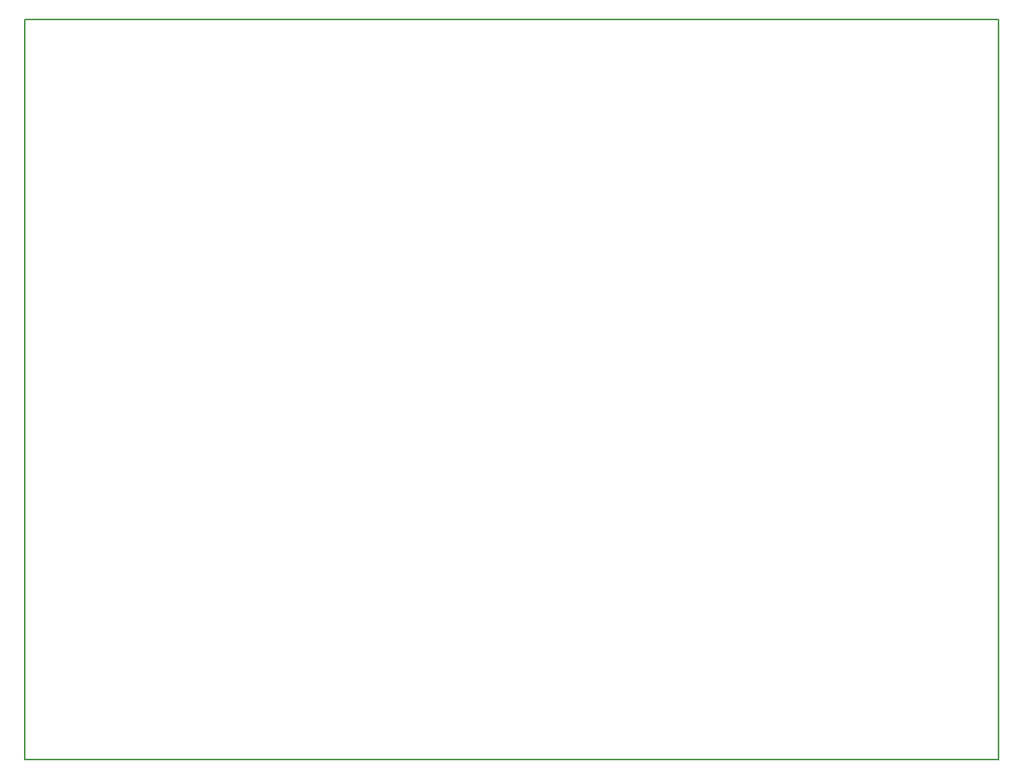
<source format=gko>
G04 #@! TF.GenerationSoftware,KiCad,Pcbnew,(5.1.5)-3*
G04 #@! TF.CreationDate,2020-05-12T00:31:33+02:00*
G04 #@! TF.ProjectId,RAMPS_STM32F407_TFT_Touch,52414d50-535f-4535-944d-333246343037,rev?*
G04 #@! TF.SameCoordinates,Original*
G04 #@! TF.FileFunction,Profile,NP*
%FSLAX46Y46*%
G04 Gerber Fmt 4.6, Leading zero omitted, Abs format (unit mm)*
G04 Created by KiCad (PCBNEW (5.1.5)-3) date 2020-05-12 00:31:33*
%MOMM*%
%LPD*%
G04 APERTURE LIST*
%ADD10C,0.150000*%
G04 APERTURE END LIST*
D10*
X0Y0D02*
X0Y-83693000D01*
X109982000Y0D02*
X0Y0D01*
X109982000Y-83693000D02*
X109982000Y0D01*
X0Y-83693000D02*
X109982000Y-83693000D01*
M02*

</source>
